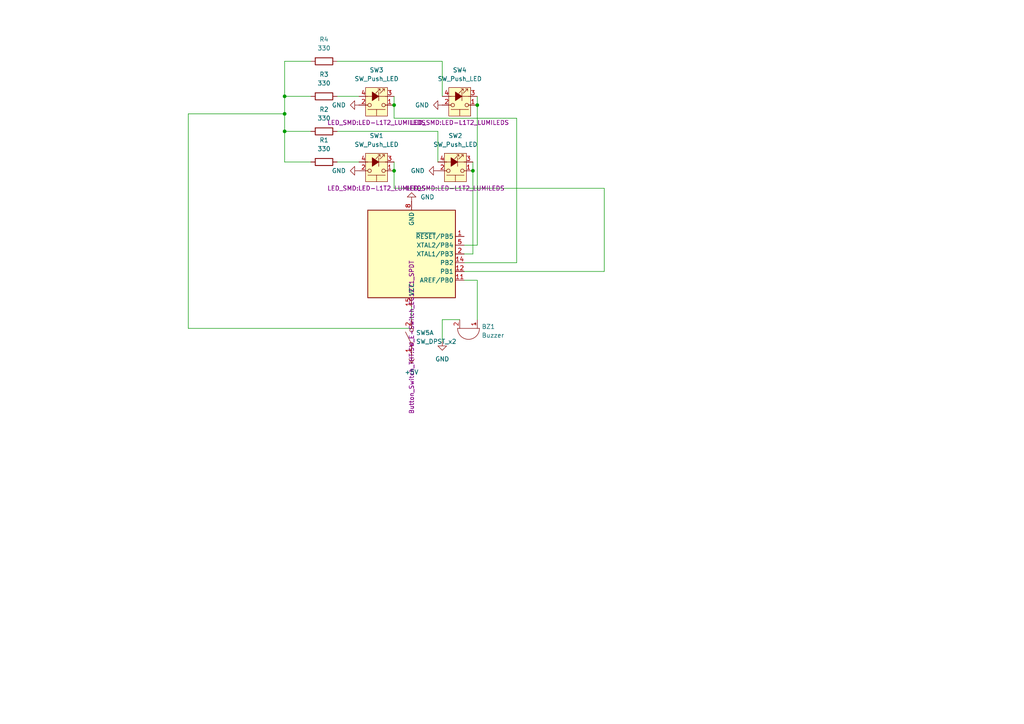
<source format=kicad_sch>
(kicad_sch (version 20231120) (generator "eeschema") (generator_version "8.0")
  (paper "A4")
  (lib_symbols
    (symbol "Device:Buzzer" (pin_names (offset 0.0254) hide)
      (property "Reference" "BZ" (at 3.81 1.27 0))
      (property "Value" "Buzzer" (at 3.81 -1.27 0))
      (symbol "Buzzer_0_1"
        (arc (start 0 -3.175) (mid 3.1612 0) (end 0 3.175))
        (polyline (pts (xy -1.651 1.905) (xy -1.143 1.905)))
        (polyline (pts (xy -1.397 2.159) (xy -1.397 1.651)))
        (polyline (pts (xy 0 3.175) (xy 0 -3.175)))
      )
      (symbol "Buzzer_1_1"
        (pin passive line (at -2.54 2.54 0) (length 2.54) (name "+") (number "1"))
        (pin passive line (at -2.54 -2.54 0) (length 2.54) (name "-") (number "2"))
      )
    )
    (symbol "Device:R" (pin_numbers hide) (pin_names (offset 0))
      (property "Reference" "R" (at 2.032 0 90))
      (property "Value" "R" (at 0 0 90))
      (symbol "R_0_1"
        (rectangle (start -1.016 -2.54) (end 1.016 2.54) (stroke (width 0.254)))
      )
      (symbol "R_1_1"
        (pin passive line (at 0 3.81 270) (length 1.27) (name "~") (number "1"))
        (pin passive line (at 0 -3.81 90) (length 1.27) (name "~") (number "2"))
      )
    )
    (symbol "MCU_Microchip_ATtiny:ATtiny85-20M"
      (property "Reference" "U" (at -12.7 13.97 0))
      (property "Value" "ATtiny85-20M" (at 2.54 -13.97 0))
      (symbol "ATtiny85-20M_0_1"
        (rectangle (start -12.7 -12.7) (end 12.7 12.7) (stroke (width 0.254)) (fill (type background)))
      )
      (symbol "ATtiny85-20M_1_1"
        (pin bidirectional line (at 15.24 -5.08 180) (length 2.54) (name "~{RESET}/PB5") (number "1"))
        (pin no_connect line (at -12.7 -2.54 0) (length 2.54) hide (name "NC") (number "10"))
        (pin bidirectional line (at 15.24 7.62 180) (length 2.54) (name "AREF/PB0") (number "11"))
        (pin bidirectional line (at 15.24 5.08 180) (length 2.54) (name "PB1") (number "12"))
        (pin no_connect line (at -12.7 -5.08 0) (length 2.54) hide (name "NC") (number "13"))
        (pin bidirectional line (at 15.24 2.54 180) (length 2.54) (name "PB2") (number "14"))
        (pin power_in line (at 0 15.24 270) (length 2.54) (name "VCC") (number "15"))
        (pin no_connect line (at -12.7 -7.62 0) (length 2.54) hide (name "NC") (number "16"))
        (pin no_connect line (at -12.7 -10.16 0) (length 2.54) hide (name "NC") (number "17"))
        (pin no_connect line (at -7.62 -12.7 90) (length 2.54) hide (name "NC") (number "18"))
        (pin no_connect line (at -5.08 -12.7 90) (length 2.54) hide (name "NC") (number "19"))
        (pin bidirectional line (at 15.24 0 180) (length 2.54) (name "XTAL1/PB3") (number "2"))
        (pin no_connect line (at -2.54 -12.7 90) (length 2.54) hide (name "NC") (number "20"))
        (pin passive line (at 0 -15.24 90) (length 2.54) hide (name "GND") (number "21"))
        (pin no_connect line (at -12.7 10.16 0) (length 2.54) hide (name "NC") (number "3"))
        (pin no_connect line (at -12.7 7.62 0) (length 2.54) hide (name "NC") (number "4"))
        (pin bidirectional line (at 15.24 -2.54 180) (length 2.54) (name "XTAL2/PB4") (number "5"))
        (pin no_connect line (at -12.7 5.08 0) (length 2.54) hide (name "NC") (number "6"))
        (pin no_connect line (at -12.7 2.54 0) (length 2.54) hide (name "NC") (number "7"))
        (pin power_in line (at 0 -15.24 90) (length 2.54) (name "GND") (number "8"))
        (pin no_connect line (at -12.7 0 0) (length 2.54) hide (name "NC") (number "9"))
      )
    )
    (symbol "Switch:SW_DPST_x2" (pin_names (offset 0) hide)
      (property "Reference" "SW" (at 0 3.175 0))
      (property "Value" "SW_DPST_x2" (at 0 -2.54 0))
      (symbol "SW_DPST_x2_0_0"
        (circle (center -2.032 0) (radius 0.508))
        (polyline (pts (xy -1.524 0.254) (xy 1.524 1.778)))
        (circle (center 2.032 0) (radius 0.508))
      )
      (symbol "SW_DPST_x2_1_1"
        (pin passive line (at -5.08 0 0) (length 2.54) (name "A") (number "1"))
        (pin passive line (at 5.08 0 180) (length 2.54) (name "B") (number "2"))
      )
      (symbol "SW_DPST_x2_2_1"
        (pin passive line (at -5.08 0 0) (length 2.54) (name "A") (number "3"))
        (pin passive line (at 5.08 0 180) (length 2.54) (name "B") (number "4"))
      )
    )
    (symbol "Switch:SW_Push_LED" (pin_names (offset 1.016) hide)
      (property "Reference" "SW" (at 0 7.62 0))
      (property "Value" "SW_Push_LED" (at 0 -3.81 0))
      (symbol "SW_Push_LED_0_0"
        (polyline (pts (xy -2.54 0) (xy 2.54 0)))
        (polyline (pts (xy -2.286 -2.159) (xy -1.016 -0.889)))
        (polyline (pts (xy -1.016 -2.159) (xy 0.254 -0.889)))
        (polyline (pts (xy -0.635 1.27) (xy -0.635 -1.27)))
        (polyline (pts (xy -2.286 -1.524) (xy -2.286 -2.159) (xy -1.651 -2.159)))
        (polyline (pts (xy -1.016 -1.524) (xy -1.016 -2.159) (xy -0.381 -2.159)))
        (polyline (pts (xy -0.635 0) (xy 1.27 1.27) (xy 1.27 -1.27) (xy -0.635 0)) (fill (type outline)))
      )
      (symbol "SW_Push_LED_0_1"
        (circle (center -2.032 2.54) (radius 0.508))
        (polyline (pts (xy 0 3.81) (xy 0 5.588)))
        (polyline (pts (xy 2.54 3.81) (xy -2.54 3.81)))
        (circle (center 2.032 2.54) (radius 0.508))
        (pin passive line (at -5.08 2.54 0) (length 2.54) (name "1") (number "1"))
        (pin passive line (at 5.08 2.54 180) (length 2.54) (name "2") (number "2"))
        (pin passive line (at -5.08 0 0) (length 2.54) (name "K") (number "3"))
        (pin passive line (at 5.08 0 180) (length 2.54) (name "A") (number "4"))
      )
      (symbol "SW_Push_LED_1_1"
        (rectangle (start -3.175 5.715) (end 3.175 -2.54) (fill (type background)))
      )
    )
    (symbol "power:+5V" (power) (pin_numbers hide) (pin_names (offset 0) hide)
      (property "Value" "+5V" (at 0 3.556 0))
      (symbol "+5V_0_1"
        (polyline (pts (xy -0.762 1.27) (xy 0 2.54)))
        (polyline (pts (xy 0 0) (xy 0 2.54)))
        (polyline (pts (xy 0 2.54) (xy 0.762 1.27)))
      )
      (symbol "+5V_1_1"
        (pin power_in line (at 0 0 90) (length 0) (name "~") (number "1"))
      )
    )
    (symbol "power:GND" (power) (pin_numbers hide) (pin_names (offset 0) hide)
      (property "Value" "GND" (at 0 -3.81 0))
      (symbol "GND_0_1"
        (polyline (pts (xy 0 0) (xy 0 -1.27) (xy 1.27 -1.27) (xy 0 -2.54) (xy -1.27 -1.27) (xy 0 -1.27)))
      )
      (symbol "GND_1_1"
        (pin power_in line (at 0 0 270) (length 0) (name "~") (number "1"))
      )
    )
  )
  (junction (at 114.3 49.53))
  (junction (at 82.55 38.1))
  (junction (at 82.55 27.94))
  (junction (at 114.3 30.48))
  (junction (at 137.16 49.53))
  (junction (at 82.55 33.02))
  (junction (at 138.43 30.48))
  (wire (pts (xy 128.27 17.78) (xy 128.27 27.94)))
  (wire (pts (xy 82.55 33.02) (xy 82.55 38.1)))
  (wire (pts (xy 127 38.1) (xy 97.79 38.1)))
  (wire (pts (xy 134.62 81.28) (xy 138.43 81.28)))
  (wire (pts (xy 134.62 76.2) (xy 149.86 76.2)))
  (wire (pts (xy 82.55 27.94) (xy 82.55 33.02)))
  (wire (pts (xy 149.86 34.29) (xy 114.3 34.29)))
  (wire (pts (xy 119.38 88.9) (xy 119.38 92.71)))
  (wire (pts (xy 128.27 92.71) (xy 128.27 99.06)))
  (wire (pts (xy 138.43 27.94) (xy 138.43 30.48)))
  (wire (pts (xy 114.3 46.99) (xy 114.3 49.53)))
  (wire (pts (xy 134.62 78.74) (xy 175.26 78.74)))
  (wire (pts (xy 97.79 17.78) (xy 128.27 17.78)))
  (wire (pts (xy 114.3 30.48) (xy 114.3 27.94)))
  (wire (pts (xy 82.55 27.94) (xy 90.17 27.94)))
  (wire (pts (xy 54.61 33.02) (xy 54.61 95.25)))
  (wire (pts (xy 114.3 34.29) (xy 114.3 30.48)))
  (wire (pts (xy 119.38 95.25) (xy 54.61 95.25)))
  (wire (pts (xy 175.26 54.61) (xy 175.26 78.74)))
  (wire (pts (xy 97.79 46.99) (xy 104.14 46.99)))
  (wire (pts (xy 82.55 17.78) (xy 90.17 17.78)))
  (wire (pts (xy 82.55 33.02) (xy 54.61 33.02)))
  (wire (pts (xy 134.62 71.12) (xy 138.43 71.12)))
  (wire (pts (xy 82.55 38.1) (xy 82.55 46.99)))
  (wire (pts (xy 114.3 49.53) (xy 114.3 54.61)))
  (wire (pts (xy 90.17 38.1) (xy 82.55 38.1)))
  (wire (pts (xy 133.35 92.71) (xy 128.27 92.71)))
  (wire (pts (xy 138.43 81.28) (xy 138.43 92.71)))
  (wire (pts (xy 114.3 54.61) (xy 175.26 54.61)))
  (wire (pts (xy 127 46.99) (xy 127 38.1)))
  (wire (pts (xy 137.16 46.99) (xy 137.16 49.53)))
  (wire (pts (xy 97.79 27.94) (xy 104.14 27.94)))
  (wire (pts (xy 134.62 73.66) (xy 137.16 73.66)))
  (wire (pts (xy 82.55 46.99) (xy 90.17 46.99)))
  (wire (pts (xy 82.55 17.78) (xy 82.55 27.94)))
  (wire (pts (xy 137.16 49.53) (xy 137.16 73.66)))
  (wire (pts (xy 149.86 76.2) (xy 149.86 34.29)))
  (wire (pts (xy 138.43 30.48) (xy 138.43 71.12)))
  (symbol (lib_id "MCU_Microchip_ATtiny:ATtiny85-20M") (at 119.38 73.66 0) (mirror x) (unit 1)
    (property "Reference" "U2" (effects (hide yes)))
    (property "Value" "ATtiny85-20M" (effects (hide yes)))
    (property "Footprint" "Package_DFN_QFN:QFN-20-1EP_4x4mm_P0.5mm_EP2.6x2.6mm" (effects (hide yes)))
    (property "Datasheet" "http://ww1.microchip.com/downloads/en/DeviceDoc/atmel-2586-avr-8-bit-microcontroller-attiny25-attiny45-attiny85_datasheet.pdf" (effects (hide yes)))
    (property "Description" "20MHz, 8kB Flash, 512B SRAM, 512B EEPROM, debugWIRE, QFN-20" (effects (hide yes)))
  )
  (symbol (lib_id "power:GND") (at 127 49.53 270) (unit 1)
    (property "Reference" "#PWR06" (effects (hide yes)))
    (property "Value" "GND" (at 123.19 49.5299 90) (effects (justify right)))
    (property "Description" "Power symbol creates a global label with name \"GND\" , ground" (effects (hide yes)))
  )
  (symbol (lib_id "Device:R") (at 93.98 27.94 90) (unit 1)
    (property "Reference" "R3" (at 93.98 21.59 90))
    (property "Value" "330" (at 93.98 24.13 90))
    (property "Footprint" "Resistor_SMD:R_0402_1005Metric" (effects (hide yes)))
    (property "Description" "Resistor" (effects (hide yes)))
  )
  (symbol (lib_id "Device:R") (at 93.98 46.99 90) (unit 1)
    (property "Reference" "R1" (at 93.98 40.64 90))
    (property "Value" "330" (at 93.98 43.18 90))
    (property "Footprint" "Resistor_SMD:R_0402_1005Metric" (effects (hide yes)))
    (property "Description" "Resistor" (effects (hide yes)))
  )
  (symbol (lib_id "Switch:SW_Push_LED") (at 133.35 27.94 180) (unit 1)
    (property "Reference" "SW4" (at 133.35 20.32 0))
    (property "Value" "SW_Push_LED" (at 133.35 22.86 0))
    (property "Footprint" "LED_SMD:LED-L1T2_LUMILEDS" (at 133.35 35.56 0))
    (property "Description" "Push button switch with LED, generic" (effects (hide yes)))
  )
  (symbol (lib_id "power:GND") (at 104.14 30.48 270) (unit 1)
    (property "Reference" "#PWR04" (effects (hide yes)))
    (property "Value" "GND" (at 100.33 30.4799 90) (effects (justify right)))
    (property "Description" "Power symbol creates a global label with name \"GND\" , ground" (effects (hide yes)))
  )
  (symbol (lib_id "power:GND") (at 119.38 58.42 180) (unit 1)
    (property "Reference" "#PWR01" (effects (hide yes)))
    (property "Value" "GND" (at 121.92 57.1499 0) (effects (justify right)))
    (property "Description" "Power symbol creates a global label with name \"GND\" , ground" (effects (hide yes)))
  )
  (symbol (lib_id "Switch:SW_Push_LED") (at 109.22 46.99 180) (unit 1)
    (property "Reference" "SW1" (at 109.22 39.37 0))
    (property "Value" "SW_Push_LED" (at 109.22 41.91 0))
    (property "Footprint" "LED_SMD:LED-L1T2_LUMILEDS" (at 109.22 54.61 0))
    (property "Description" "Push button switch with LED, generic" (effects (hide yes)))
  )
  (symbol (lib_id "power:GND") (at 128.27 99.06 0) (unit 1)
    (property "Reference" "#PWR02" (effects (hide yes)))
    (property "Value" "GND" (at 128.27 104.14 0))
    (property "Description" "Power symbol creates a global label with name \"GND\" , ground" (effects (hide yes)))
  )
  (symbol (lib_id "power:+5V") (at 119.38 102.87 180) (unit 1)
    (property "Reference" "#PWR07" (effects (hide yes)))
    (property "Value" "+5V" (at 119.38 107.95 0))
    (property "Description" "Power symbol creates a global label with name \"+5V\"" (effects (hide yes)))
  )
  (symbol (lib_id "Switch:SW_Push_LED") (at 132.08 46.99 180) (unit 1)
    (property "Reference" "SW2" (at 132.08 39.37 0))
    (property "Value" "SW_Push_LED" (at 132.08 41.91 0))
    (property "Footprint" "LED_SMD:LED-L1T2_LUMILEDS" (at 132.08 54.61 0))
    (property "Description" "Push button switch with LED, generic" (effects (hide yes)))
  )
  (symbol (lib_id "power:GND") (at 104.14 49.53 270) (unit 1)
    (property "Reference" "#PWR03" (effects (hide yes)))
    (property "Value" "GND" (at 100.33 49.5299 90) (effects (justify right)))
    (property "Description" "Power symbol creates a global label with name \"GND\" , ground" (effects (hide yes)))
  )
  (symbol (lib_id "Device:R") (at 93.98 17.78 90) (unit 1)
    (property "Reference" "R4" (at 93.98 11.43 90))
    (property "Value" "330" (at 93.98 13.97 90))
    (property "Footprint" "Resistor_SMD:R_0402_1005Metric" (effects (hide yes)))
    (property "Description" "Resistor" (effects (hide yes)))
  )
  (symbol (lib_id "Switch:SW_Push_LED") (at 109.22 27.94 180) (unit 1)
    (property "Reference" "SW3" (at 109.22 20.32 0))
    (property "Value" "SW_Push_LED" (at 109.22 22.86 0))
    (property "Footprint" "LED_SMD:LED-L1T2_LUMILEDS" (at 109.22 35.56 0))
    (property "Description" "Push button switch with LED, generic" (effects (hide yes)))
  )
  (symbol (lib_id "Switch:SW_DPST_x2") (at 119.38 97.79 90) (unit 1)
    (property "Reference" "SW5" (at 120.65 96.5199 90) (effects (justify right)))
    (property "Value" "SW_DPST_x2" (at 120.65 99.0599 90) (effects (justify right)))
    (property "Footprint" "Button_Switch_THT:SW_E-Switch_EG1271_SPDT" (at 119.38 97.79 0))
    (property "Description" "Single Pole Single Throw (SPST) switch, separate symbol" (effects (hide yes)))
  )
  (symbol (lib_id "Device:R") (at 93.98 38.1 90) (unit 1)
    (property "Reference" "R2" (at 93.98 31.75 90))
    (property "Value" "330" (at 93.98 34.29 90))
    (property "Footprint" "Resistor_SMD:R_0402_1005Metric" (effects (hide yes)))
    (property "Description" "Resistor" (effects (hide yes)))
  )
  (symbol (lib_id "power:GND") (at 128.27 30.48 270) (unit 1)
    (property "Reference" "#PWR05" (effects (hide yes)))
    (property "Value" "GND" (at 124.46 30.4799 90) (effects (justify right)))
    (property "Description" "Power symbol creates a global label with name \"GND\" , ground" (effects (hide yes)))
  )
  (symbol (lib_id "Device:Buzzer") (at 135.89 95.25 270) (unit 1)
    (property "Reference" "BZ1" (at 139.7 94.735 90) (effects (justify left)))
    (property "Value" "Buzzer" (at 139.7 97.275 90) (effects (justify left)))
    (property "Footprint" "Buzzer_Beeper:Buzzer_12x9.5RM7.6" (effects (hide yes)))
    (property "Description" "Buzzer, polarized" (effects (hide yes)))
  )
)
</source>
